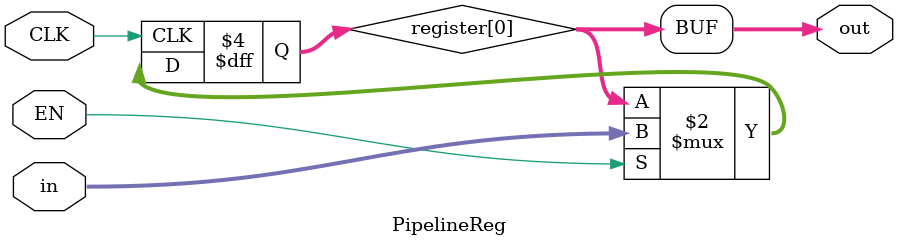
<source format=sv>
`timescale 1ns / 1ps


module PipelineReg #(parameter CYCLES = 1, parameter WIDTH = 32) (
    input   CLK,
    input   EN,
    input   [WIDTH-1:0] in,
    output logic  [WIDTH-1:0] out
    );
    
    logic   [WIDTH-1:0] register [CYCLES-1:0];
    assign out = register [0];
  
    genvar i;
    generate for (i = 1; i < CYCLES; i++)
        begin
            always_ff @ (posedge CLK)
            begin
                if (EN) register [ i-1 ] <= register [i] ;
            end
        end
    endgenerate
    
    always_ff @ (posedge CLK)
    begin
    if (EN) register [CYCLES - 1] <= in;   
    end
    
endmodule

</source>
